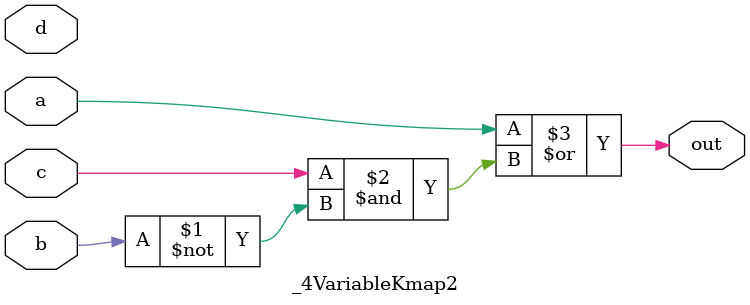
<source format=v>


module _4VariableKmap2
(
  input a,
  input b,
  input c,
  input d,
  output out
);

  assign out = a | c & ~b;

endmodule


</source>
